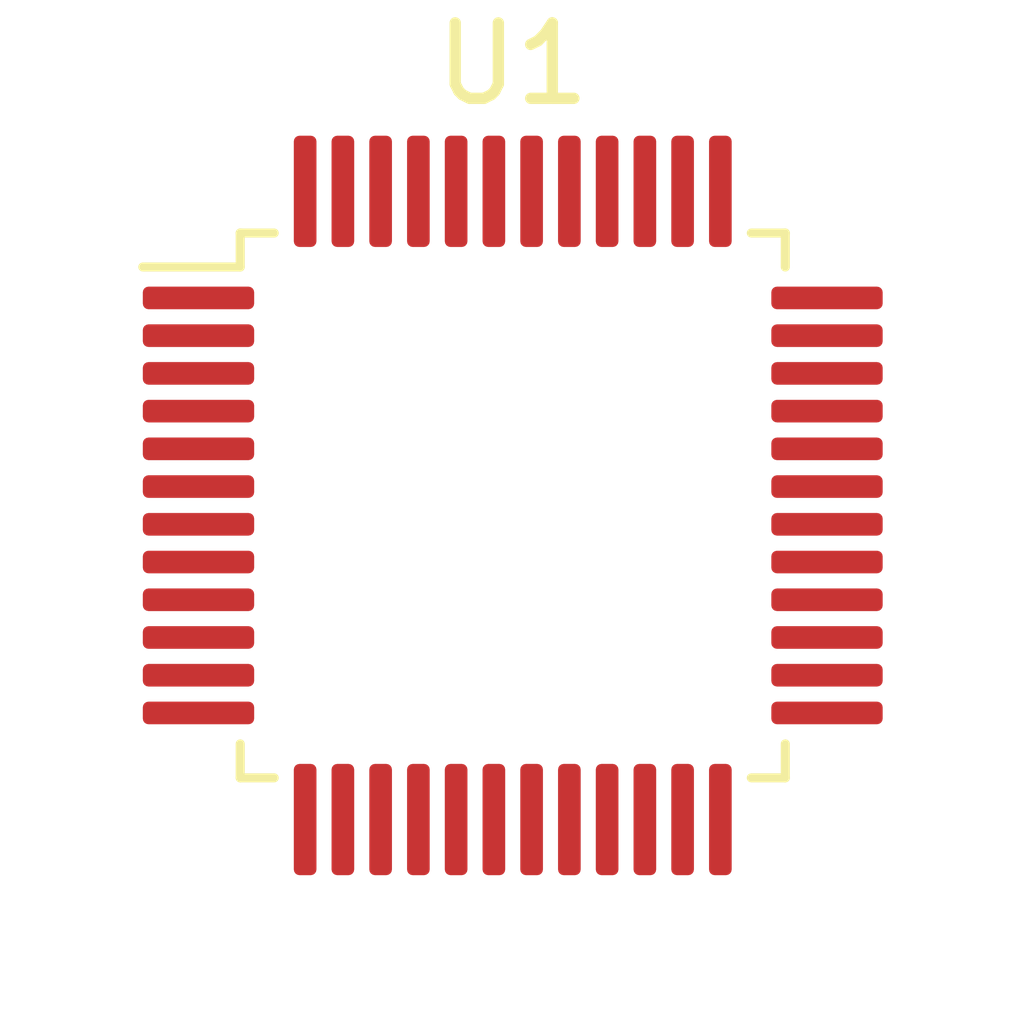
<source format=kicad_pcb>
(kicad_pcb (version 20221018) (generator pcbnew)
  (layers (0 "F.Cu" signal) (31 "B.Cu" signal) (34 "B.Paste" user) (35 "F.Paste" user) (36 "B.SilkS" user "B.Silkscreen") (37 "F.SilkS" user "F.Silkscreen") (38 "B.Mask" user) (39 "F.Mask" user) (44 "Edge.Cuts" user))
  (net 0 "")
  (net 18 "Net-(U1-GND-Pad18)")
  (footprint "Package_QFP:TQFP-48_7x7mm_P0.5mm" (layer "F.Cu") (at 152.7675 81.31)
    (fp_text reference "U1" (at 0 -5.85) (layer "F.SilkS"))
    (fp_text value "ATSAMD21G18A-A")
    (fp_line (start -3.61 -3.61) (end -3.61 -3.16) (stroke (width 0.12)) (layer "F.SilkS"))
    (fp_line (start -3.61 -3.16) (end -4.9 -3.16) (stroke (width 0.12)) (layer "F.SilkS"))
    (fp_line (start -3.61 3.61) (end -3.61 3.16) (stroke (width 0.12)) (layer "F.SilkS"))
    (fp_line (start -3.16 -3.61) (end -3.61 -3.61) (stroke (width 0.12)) (layer "F.SilkS"))
    (fp_line (start -3.16 3.61) (end -3.61 3.61) (stroke (width 0.12)) (layer "F.SilkS"))
    (fp_line (start 3.16 -3.61) (end 3.61 -3.61) (stroke (width 0.12)) (layer "F.SilkS"))
    (fp_line (start 3.16 3.61) (end 3.61 3.61) (stroke (width 0.12)) (layer "F.SilkS"))
    (fp_line (start 3.61 -3.61) (end 3.61 -3.16) (stroke (width 0.12)) (layer "F.SilkS"))
    (fp_line (start 3.61 3.61) (end 3.61 3.16) (stroke (width 0.12)) (layer "F.SilkS"))
    (pad "1" smd roundrect (at -4.1625 -2.75) (size 1.475 0.3) (layers "F.Cu" "F.Paste" "F.Mask"))
    (pad "2" smd roundrect (at -4.1625 -2.25) (size 1.475 0.3) (layers "F.Cu" "F.Paste" "F.Mask"))
    (pad "3" smd roundrect (at -4.1625 -1.75) (size 1.475 0.3) (layers "F.Cu" "F.Paste" "F.Mask"))
    (pad "4" smd roundrect (at -4.1625 -1.25) (size 1.475 0.3) (layers "F.Cu" "F.Paste" "F.Mask"))
    (pad "5" smd roundrect (at -4.1625 -0.75) (size 1.475 0.3) (layers "F.Cu" "F.Paste" "F.Mask"))
    (pad "6" smd roundrect (at -4.1625 -0.25) (size 1.475 0.3) (layers "F.Cu" "F.Paste" "F.Mask"))
    (pad "7" smd roundrect (at -4.1625 0.25) (size 1.475 0.3) (layers "F.Cu" "F.Paste" "F.Mask"))
    (pad "8" smd roundrect (at -4.1625 0.75) (size 1.475 0.3) (layers "F.Cu" "F.Paste" "F.Mask"))
    (pad "9" smd roundrect (at -4.1625 1.25) (size 1.475 0.3) (layers "F.Cu" "F.Paste" "F.Mask"))
    (pad "10" smd roundrect (at -4.1625 1.75) (size 1.475 0.3) (layers "F.Cu" "F.Paste" "F.Mask"))
    (pad "11" smd roundrect (at -4.1625 2.25) (size 1.475 0.3) (layers "F.Cu" "F.Paste" "F.Mask"))
    (pad "12" smd roundrect (at -4.1625 2.75) (size 1.475 0.3) (layers "F.Cu" "F.Paste" "F.Mask"))
    (pad "13" smd roundrect (at -2.75 4.1625) (size 0.3 1.475) (layers "F.Cu" "F.Paste" "F.Mask"))
    (pad "14" smd roundrect (at -2.25 4.1625) (size 0.3 1.475) (layers "F.Cu" "F.Paste" "F.Mask"))
    (pad "15" smd roundrect (at -1.75 4.1625) (size 0.3 1.475) (layers "F.Cu" "F.Paste" "F.Mask"))
    (pad "16" smd roundrect (at -1.25 4.1625) (size 0.3 1.475) (layers "F.Cu" "F.Paste" "F.Mask"))
    (pad "17" smd roundrect (at -0.75 4.1625) (size 0.3 1.475) (layers "F.Cu" "F.Paste" "F.Mask"))
    (pad "18" smd roundrect (at -0.25 4.1625) (size 0.3 1.475) (layers "F.Cu" "F.Paste" "F.Mask") (net 18 "Net-(U1-GND-Pad18)"))
    (pad "19" smd roundrect (at 0.25 4.1625) (size 0.3 1.475) (layers "F.Cu" "F.Paste" "F.Mask"))
    (pad "20" smd roundrect (at 0.75 4.1625) (size 0.3 1.475) (layers "F.Cu" "F.Paste" "F.Mask"))
    (pad "21" smd roundrect (at 1.25 4.1625) (size 0.3 1.475) (layers "F.Cu" "F.Paste" "F.Mask"))
    (pad "22" smd roundrect (at 1.75 4.1625) (size 0.3 1.475) (layers "F.Cu" "F.Paste" "F.Mask"))
    (pad "23" smd roundrect (at 2.25 4.1625) (size 0.3 1.475) (layers "F.Cu" "F.Paste" "F.Mask"))
    (pad "24" smd roundrect (at 2.75 4.1625) (size 0.3 1.475) (layers "F.Cu" "F.Paste" "F.Mask"))
    (pad "25" smd roundrect (at 4.1625 2.75) (size 1.475 0.3) (layers "F.Cu" "F.Paste" "F.Mask"))
    (pad "26" smd roundrect (at 4.1625 2.25) (size 1.475 0.3) (layers "F.Cu" "F.Paste" "F.Mask"))
    (pad "27" smd roundrect (at 4.1625 1.75) (size 1.475 0.3) (layers "F.Cu" "F.Paste" "F.Mask"))
    (pad "28" smd roundrect (at 4.1625 1.25) (size 1.475 0.3) (layers "F.Cu" "F.Paste" "F.Mask"))
    (pad "29" smd roundrect (at 4.1625 0.75) (size 1.475 0.3) (layers "F.Cu" "F.Paste" "F.Mask"))
    (pad "30" smd roundrect (at 4.1625 0.25) (size 1.475 0.3) (layers "F.Cu" "F.Paste" "F.Mask"))
    (pad "31" smd roundrect (at 4.1625 -0.25) (size 1.475 0.3) (layers "F.Cu" "F.Paste" "F.Mask"))
    (pad "32" smd roundrect (at 4.1625 -0.75) (size 1.475 0.3) (layers "F.Cu" "F.Paste" "F.Mask"))
    (pad "33" smd roundrect (at 4.1625 -1.25) (size 1.475 0.3) (layers "F.Cu" "F.Paste" "F.Mask"))
    (pad "34" smd roundrect (at 4.1625 -1.75) (size 1.475 0.3) (layers "F.Cu" "F.Paste" "F.Mask"))
    (pad "35" smd roundrect (at 4.1625 -2.25) (size 1.475 0.3) (layers "F.Cu" "F.Paste" "F.Mask") (net 18 "Net-(U1-GND-Pad18)"))
    (pad "36" smd roundrect (at 4.1625 -2.75) (size 1.475 0.3) (layers "F.Cu" "F.Paste" "F.Mask"))
    (pad "37" smd roundrect (at 2.75 -4.1625) (size 0.3 1.475) (layers "F.Cu" "F.Paste" "F.Mask"))
    (pad "38" smd roundrect (at 2.25 -4.1625) (size 0.3 1.475) (layers "F.Cu" "F.Paste" "F.Mask"))
    (pad "39" smd roundrect (at 1.75 -4.1625) (size 0.3 1.475) (layers "F.Cu" "F.Paste" "F.Mask"))
    (pad "40" smd roundrect (at 1.25 -4.1625) (size 0.3 1.475) (layers "F.Cu" "F.Paste" "F.Mask"))
    (pad "41" smd roundrect (at 0.75 -4.1625) (size 0.3 1.475) (layers "F.Cu" "F.Paste" "F.Mask"))
    (pad "42" smd roundrect (at 0.25 -4.1625) (size 0.3 1.475) (layers "F.Cu" "F.Paste" "F.Mask") (net 18 "Net-(U1-GND-Pad18)"))
    (pad "43" smd roundrect (at -0.25 -4.1625) (size 0.3 1.475) (layers "F.Cu" "F.Paste" "F.Mask"))
    (pad "44" smd roundrect (at -0.75 -4.1625) (size 0.3 1.475) (layers "F.Cu" "F.Paste" "F.Mask"))
    (pad "45" smd roundrect (at -1.25 -4.1625) (size 0.3 1.475) (layers "F.Cu" "F.Paste" "F.Mask"))
    (pad "46" smd roundrect (at -1.75 -4.1625) (size 0.3 1.475) (layers "F.Cu" "F.Paste" "F.Mask"))
    (pad "47" smd roundrect (at -2.25 -4.1625) (size 0.3 1.475) (layers "F.Cu" "F.Paste" "F.Mask"))
    (pad "48" smd roundrect (at -2.75 -4.1625) (size 0.3 1.475) (layers "F.Cu" "F.Paste" "F.Mask"))
  )
)
</source>
